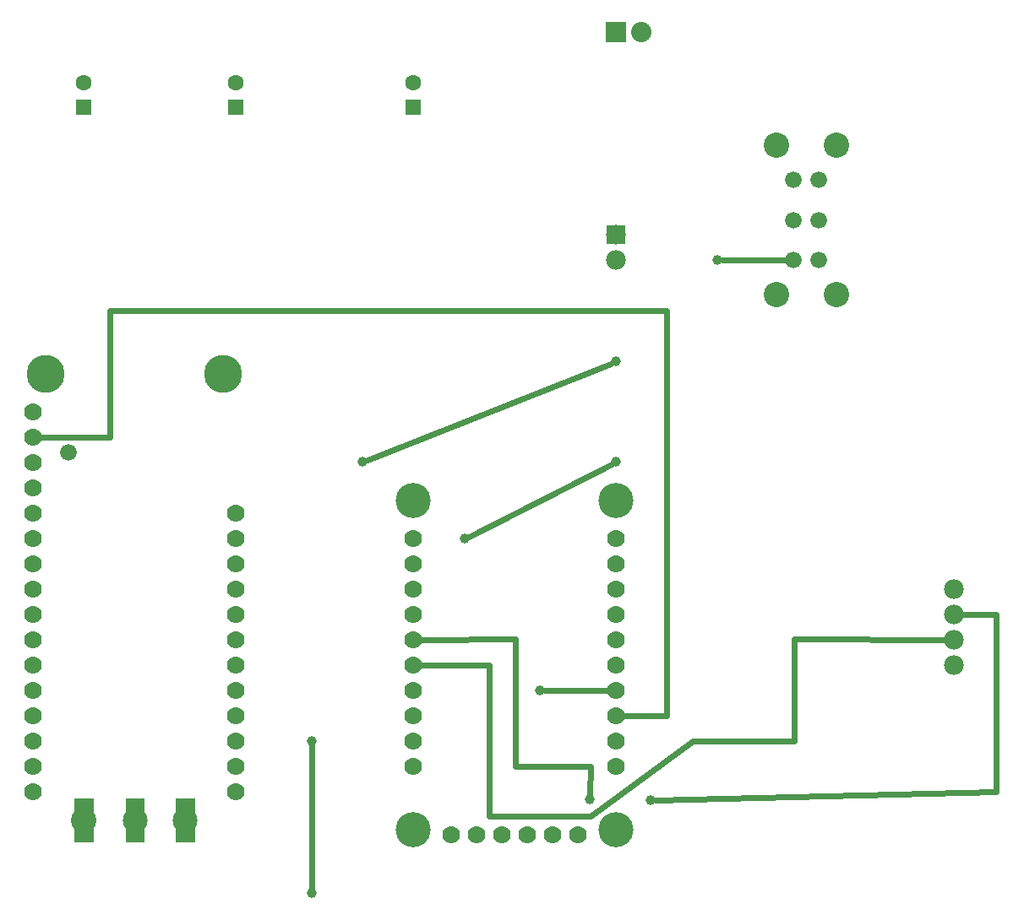
<source format=gtl>
G04 MADE WITH FRITZING*
G04 WWW.FRITZING.ORG*
G04 DOUBLE SIDED*
G04 HOLES PLATED*
G04 CONTOUR ON CENTER OF CONTOUR VECTOR*
%ASAXBY*%
%FSLAX23Y23*%
%MOIN*%
%OFA0B0*%
%SFA1.0B1.0*%
%ADD10C,0.039370*%
%ADD11C,0.138425*%
%ADD12C,0.070000*%
%ADD13C,0.098425*%
%ADD14C,0.150000*%
%ADD15C,0.100000*%
%ADD16C,0.066000*%
%ADD17C,0.062992*%
%ADD18C,0.078000*%
%ADD19C,0.080000*%
%ADD20R,0.062992X0.062992*%
%ADD21R,0.078000X0.078000*%
%ADD22R,0.080000X0.080000*%
%ADD23C,0.024000*%
%ADD24R,0.001000X0.001000*%
%LNCOPPER1*%
G90*
G70*
G54D10*
X1543Y79D03*
X1543Y681D03*
X2444Y881D03*
X2742Y2178D03*
X1744Y1782D03*
X2742Y1782D03*
X2145Y1478D03*
X3143Y2579D03*
X2639Y451D03*
X2879Y446D03*
G54D11*
X1944Y330D03*
X1944Y1630D03*
G54D12*
X2094Y310D03*
X2194Y310D03*
X2294Y310D03*
X2394Y310D03*
X2494Y310D03*
X2594Y310D03*
X1944Y1480D03*
X1944Y1380D03*
X1944Y1280D03*
X1944Y1180D03*
X1944Y1080D03*
X1944Y980D03*
X1944Y880D03*
X1944Y780D03*
X1944Y680D03*
G54D11*
X2744Y1630D03*
G54D12*
X1944Y580D03*
G54D11*
X2744Y330D03*
G54D12*
X2744Y580D03*
X2744Y680D03*
X2744Y780D03*
X2744Y880D03*
X2744Y980D03*
X2744Y1080D03*
X2744Y1180D03*
X2744Y1280D03*
X2744Y1380D03*
X2744Y1480D03*
X1244Y1380D03*
G54D13*
X1044Y365D03*
G54D14*
X494Y2130D03*
G54D13*
X846Y365D03*
G54D15*
X644Y365D03*
G54D16*
X584Y1820D03*
G54D12*
X1244Y1180D03*
X444Y1980D03*
X1244Y1580D03*
X444Y1880D03*
X444Y1780D03*
X444Y1680D03*
X444Y1580D03*
X444Y1480D03*
X444Y1380D03*
X1244Y1080D03*
X444Y1280D03*
X1244Y1280D03*
X444Y1180D03*
X1244Y1480D03*
X444Y1080D03*
G54D14*
X1194Y2130D03*
G54D12*
X444Y980D03*
X444Y880D03*
X444Y780D03*
X444Y680D03*
X444Y580D03*
X444Y480D03*
X1244Y480D03*
X1244Y580D03*
X1244Y680D03*
X1244Y780D03*
X1244Y880D03*
X1244Y980D03*
G54D17*
X1244Y3182D03*
X1244Y3280D03*
X644Y3182D03*
X644Y3280D03*
X1944Y3182D03*
X1944Y3280D03*
G54D18*
X2744Y2680D03*
X2744Y2580D03*
G54D19*
X2744Y3480D03*
X2844Y3480D03*
G54D18*
X4075Y978D03*
X4075Y1078D03*
X4075Y1178D03*
X4075Y1278D03*
G54D15*
X3376Y2442D03*
X3612Y2442D03*
X3376Y3033D03*
X3612Y3033D03*
G54D16*
X3444Y2580D03*
X3444Y2737D03*
X3444Y2895D03*
X3543Y2580D03*
X3543Y2737D03*
X3543Y2895D03*
G54D15*
X3376Y2442D03*
X3612Y2442D03*
X3376Y3033D03*
X3612Y3033D03*
G54D16*
X3444Y2580D03*
X3444Y2737D03*
X3444Y2895D03*
X3543Y2580D03*
X3543Y2737D03*
X3543Y2895D03*
G54D20*
X1244Y3182D03*
X644Y3182D03*
X1944Y3182D03*
G54D21*
X2744Y2680D03*
G54D22*
X2744Y3480D03*
G54D23*
X2162Y1487D02*
X2725Y1773D01*
D02*
X746Y2379D02*
X746Y1879D01*
D02*
X2943Y2379D02*
X746Y2379D01*
D02*
X2943Y779D02*
X2943Y2379D01*
D02*
X2775Y780D02*
X2943Y779D01*
D02*
X746Y1879D02*
X475Y1880D01*
D02*
X1762Y1789D02*
X2724Y2171D01*
D02*
X2714Y880D02*
X2463Y881D01*
D02*
X1543Y98D02*
X1543Y662D01*
D02*
X3447Y681D02*
X3447Y1082D01*
D02*
X3045Y681D02*
X3447Y681D01*
D02*
X3447Y1082D02*
X4045Y1078D01*
D02*
X2644Y382D02*
X3045Y681D01*
D02*
X2243Y382D02*
X2644Y382D01*
D02*
X2346Y1082D02*
X2346Y578D01*
D02*
X1975Y980D02*
X2243Y979D01*
D02*
X2243Y979D02*
X2243Y382D01*
D02*
X3162Y2579D02*
X3420Y2580D01*
D02*
X2644Y578D02*
X2640Y470D01*
D02*
X2346Y578D02*
X2644Y578D01*
D02*
X1975Y1080D02*
X2346Y1082D01*
D02*
X4244Y480D02*
X2898Y446D01*
D02*
X4105Y1179D02*
X4244Y1180D01*
D02*
X4244Y1180D02*
X4244Y480D01*
G54D24*
X607Y453D02*
X681Y453D01*
X607Y452D02*
X681Y452D01*
X809Y452D02*
X883Y452D01*
X1007Y452D02*
X1081Y452D01*
X607Y451D02*
X681Y451D01*
X809Y451D02*
X883Y451D01*
X1007Y451D02*
X1081Y451D01*
X607Y450D02*
X681Y450D01*
X809Y450D02*
X883Y450D01*
X1007Y450D02*
X1081Y450D01*
X607Y449D02*
X681Y449D01*
X809Y449D02*
X883Y449D01*
X1007Y449D02*
X1081Y449D01*
X607Y448D02*
X681Y448D01*
X809Y448D02*
X883Y448D01*
X1007Y448D02*
X1081Y448D01*
X607Y447D02*
X681Y447D01*
X809Y447D02*
X883Y447D01*
X1007Y447D02*
X1081Y447D01*
X607Y446D02*
X681Y446D01*
X809Y446D02*
X883Y446D01*
X1007Y446D02*
X1081Y446D01*
X607Y445D02*
X681Y445D01*
X809Y445D02*
X883Y445D01*
X1007Y445D02*
X1081Y445D01*
X607Y444D02*
X681Y444D01*
X809Y444D02*
X883Y444D01*
X1007Y444D02*
X1081Y444D01*
X607Y443D02*
X681Y443D01*
X809Y443D02*
X883Y443D01*
X1007Y443D02*
X1081Y443D01*
X607Y442D02*
X681Y442D01*
X809Y442D02*
X883Y442D01*
X1007Y442D02*
X1081Y442D01*
X607Y441D02*
X681Y441D01*
X809Y441D02*
X883Y441D01*
X1007Y441D02*
X1081Y441D01*
X607Y440D02*
X681Y440D01*
X809Y440D02*
X883Y440D01*
X1007Y440D02*
X1081Y440D01*
X607Y439D02*
X681Y439D01*
X809Y439D02*
X883Y439D01*
X1007Y439D02*
X1081Y439D01*
X607Y438D02*
X681Y438D01*
X809Y438D02*
X883Y438D01*
X1007Y438D02*
X1081Y438D01*
X607Y437D02*
X681Y437D01*
X809Y437D02*
X883Y437D01*
X1007Y437D02*
X1081Y437D01*
X607Y436D02*
X681Y436D01*
X809Y436D02*
X883Y436D01*
X1007Y436D02*
X1081Y436D01*
X607Y435D02*
X681Y435D01*
X809Y435D02*
X883Y435D01*
X1007Y435D02*
X1081Y435D01*
X607Y434D02*
X681Y434D01*
X809Y434D02*
X883Y434D01*
X1007Y434D02*
X1081Y434D01*
X607Y433D02*
X681Y433D01*
X809Y433D02*
X883Y433D01*
X1007Y433D02*
X1081Y433D01*
X607Y432D02*
X681Y432D01*
X809Y432D02*
X883Y432D01*
X1007Y432D02*
X1081Y432D01*
X607Y431D02*
X681Y431D01*
X809Y431D02*
X883Y431D01*
X1007Y431D02*
X1081Y431D01*
X607Y430D02*
X681Y430D01*
X809Y430D02*
X883Y430D01*
X1007Y430D02*
X1081Y430D01*
X607Y429D02*
X681Y429D01*
X809Y429D02*
X883Y429D01*
X1007Y429D02*
X1081Y429D01*
X607Y428D02*
X681Y428D01*
X809Y428D02*
X883Y428D01*
X1007Y428D02*
X1081Y428D01*
X607Y427D02*
X681Y427D01*
X809Y427D02*
X883Y427D01*
X1007Y427D02*
X1081Y427D01*
X607Y426D02*
X681Y426D01*
X809Y426D02*
X883Y426D01*
X1007Y426D02*
X1081Y426D01*
X607Y425D02*
X681Y425D01*
X809Y425D02*
X883Y425D01*
X1007Y425D02*
X1081Y425D01*
X607Y424D02*
X681Y424D01*
X809Y424D02*
X883Y424D01*
X1007Y424D02*
X1081Y424D01*
X607Y423D02*
X681Y423D01*
X809Y423D02*
X883Y423D01*
X1007Y423D02*
X1081Y423D01*
X607Y422D02*
X681Y422D01*
X809Y422D02*
X883Y422D01*
X1007Y422D02*
X1081Y422D01*
X607Y421D02*
X681Y421D01*
X809Y421D02*
X883Y421D01*
X1007Y421D02*
X1081Y421D01*
X607Y420D02*
X681Y420D01*
X809Y420D02*
X883Y420D01*
X1007Y420D02*
X1081Y420D01*
X607Y419D02*
X681Y419D01*
X809Y419D02*
X883Y419D01*
X1007Y419D02*
X1081Y419D01*
X607Y418D02*
X681Y418D01*
X809Y418D02*
X883Y418D01*
X1007Y418D02*
X1081Y418D01*
X607Y417D02*
X681Y417D01*
X809Y417D02*
X883Y417D01*
X1007Y417D02*
X1081Y417D01*
X607Y416D02*
X681Y416D01*
X809Y416D02*
X883Y416D01*
X1007Y416D02*
X1081Y416D01*
X607Y415D02*
X681Y415D01*
X809Y415D02*
X883Y415D01*
X1007Y415D02*
X1081Y415D01*
X607Y414D02*
X681Y414D01*
X809Y414D02*
X883Y414D01*
X1007Y414D02*
X1081Y414D01*
X607Y413D02*
X681Y413D01*
X809Y413D02*
X883Y413D01*
X1007Y413D02*
X1081Y413D01*
X607Y412D02*
X681Y412D01*
X809Y412D02*
X883Y412D01*
X1007Y412D02*
X1081Y412D01*
X607Y411D02*
X681Y411D01*
X809Y411D02*
X883Y411D01*
X1007Y411D02*
X1081Y411D01*
X607Y410D02*
X681Y410D01*
X809Y410D02*
X883Y410D01*
X1007Y410D02*
X1081Y410D01*
X607Y409D02*
X681Y409D01*
X809Y409D02*
X883Y409D01*
X1007Y409D02*
X1081Y409D01*
X607Y408D02*
X681Y408D01*
X809Y408D02*
X883Y408D01*
X1007Y408D02*
X1081Y408D01*
X607Y407D02*
X681Y407D01*
X809Y407D02*
X883Y407D01*
X1007Y407D02*
X1081Y407D01*
X607Y406D02*
X681Y406D01*
X809Y406D02*
X883Y406D01*
X1007Y406D02*
X1081Y406D01*
X607Y405D02*
X681Y405D01*
X809Y405D02*
X883Y405D01*
X1007Y405D02*
X1081Y405D01*
X607Y404D02*
X639Y404D01*
X648Y404D02*
X681Y404D01*
X809Y404D02*
X883Y404D01*
X1007Y404D02*
X1081Y404D01*
X607Y403D02*
X634Y403D01*
X654Y403D02*
X681Y403D01*
X809Y403D02*
X838Y403D01*
X854Y403D02*
X883Y403D01*
X1007Y403D02*
X1036Y403D01*
X1052Y403D02*
X1081Y403D01*
X607Y402D02*
X631Y402D01*
X657Y402D02*
X681Y402D01*
X809Y402D02*
X834Y402D01*
X858Y402D02*
X883Y402D01*
X1007Y402D02*
X1032Y402D01*
X1056Y402D02*
X1081Y402D01*
X607Y401D02*
X628Y401D01*
X660Y401D02*
X681Y401D01*
X809Y401D02*
X831Y401D01*
X861Y401D02*
X883Y401D01*
X1007Y401D02*
X1029Y401D01*
X1059Y401D02*
X1081Y401D01*
X607Y400D02*
X626Y400D01*
X662Y400D02*
X681Y400D01*
X809Y400D02*
X829Y400D01*
X863Y400D02*
X883Y400D01*
X1007Y400D02*
X1027Y400D01*
X1061Y400D02*
X1081Y400D01*
X607Y399D02*
X624Y399D01*
X663Y399D02*
X681Y399D01*
X809Y399D02*
X827Y399D01*
X865Y399D02*
X883Y399D01*
X1007Y399D02*
X1025Y399D01*
X1063Y399D02*
X1081Y399D01*
X607Y398D02*
X623Y398D01*
X665Y398D02*
X681Y398D01*
X809Y398D02*
X825Y398D01*
X866Y398D02*
X883Y398D01*
X1007Y398D02*
X1023Y398D01*
X1064Y398D02*
X1081Y398D01*
X607Y397D02*
X621Y397D01*
X667Y397D02*
X681Y397D01*
X809Y397D02*
X824Y397D01*
X868Y397D02*
X883Y397D01*
X1007Y397D02*
X1022Y397D01*
X1066Y397D02*
X1081Y397D01*
X607Y396D02*
X620Y396D01*
X668Y396D02*
X681Y396D01*
X809Y396D02*
X822Y396D01*
X869Y396D02*
X883Y396D01*
X1007Y396D02*
X1020Y396D01*
X1067Y396D02*
X1081Y396D01*
X607Y395D02*
X619Y395D01*
X669Y395D02*
X681Y395D01*
X809Y395D02*
X821Y395D01*
X870Y395D02*
X883Y395D01*
X1007Y395D02*
X1019Y395D01*
X1068Y395D02*
X1081Y395D01*
X607Y394D02*
X618Y394D01*
X670Y394D02*
X681Y394D01*
X809Y394D02*
X820Y394D01*
X872Y394D02*
X883Y394D01*
X1007Y394D02*
X1018Y394D01*
X1070Y394D02*
X1081Y394D01*
X607Y393D02*
X617Y393D01*
X671Y393D02*
X681Y393D01*
X809Y393D02*
X819Y393D01*
X873Y393D02*
X883Y393D01*
X1007Y393D02*
X1017Y393D01*
X1071Y393D02*
X1081Y393D01*
X607Y392D02*
X616Y392D01*
X672Y392D02*
X681Y392D01*
X809Y392D02*
X818Y392D01*
X874Y392D02*
X883Y392D01*
X1007Y392D02*
X1016Y392D01*
X1072Y392D02*
X1081Y392D01*
X607Y391D02*
X615Y391D01*
X673Y391D02*
X681Y391D01*
X809Y391D02*
X817Y391D01*
X875Y391D02*
X883Y391D01*
X1007Y391D02*
X1015Y391D01*
X1073Y391D02*
X1081Y391D01*
X607Y390D02*
X614Y390D01*
X674Y390D02*
X681Y390D01*
X809Y390D02*
X816Y390D01*
X875Y390D02*
X883Y390D01*
X1007Y390D02*
X1014Y390D01*
X1073Y390D02*
X1081Y390D01*
X607Y389D02*
X613Y389D01*
X675Y389D02*
X681Y389D01*
X809Y389D02*
X815Y389D01*
X876Y389D02*
X883Y389D01*
X1007Y389D02*
X1013Y389D01*
X1074Y389D02*
X1081Y389D01*
X607Y388D02*
X612Y388D01*
X675Y388D02*
X681Y388D01*
X809Y388D02*
X815Y388D01*
X877Y388D02*
X883Y388D01*
X1007Y388D02*
X1013Y388D01*
X1075Y388D02*
X1081Y388D01*
X607Y387D02*
X612Y387D01*
X676Y387D02*
X681Y387D01*
X809Y387D02*
X814Y387D01*
X878Y387D02*
X883Y387D01*
X1007Y387D02*
X1012Y387D01*
X1076Y387D02*
X1081Y387D01*
X607Y386D02*
X611Y386D01*
X677Y386D02*
X681Y386D01*
X809Y386D02*
X813Y386D01*
X878Y386D02*
X883Y386D01*
X1007Y386D02*
X1011Y386D01*
X1076Y386D02*
X1081Y386D01*
X607Y385D02*
X610Y385D01*
X677Y385D02*
X681Y385D01*
X809Y385D02*
X813Y385D01*
X879Y385D02*
X883Y385D01*
X1007Y385D02*
X1011Y385D01*
X1077Y385D02*
X1081Y385D01*
X607Y384D02*
X610Y384D01*
X678Y384D02*
X681Y384D01*
X809Y384D02*
X812Y384D01*
X879Y384D02*
X883Y384D01*
X1007Y384D02*
X1010Y384D01*
X1077Y384D02*
X1081Y384D01*
X607Y383D02*
X609Y383D01*
X678Y383D02*
X681Y383D01*
X809Y383D02*
X812Y383D01*
X880Y383D02*
X883Y383D01*
X1007Y383D02*
X1010Y383D01*
X1078Y383D02*
X1081Y383D01*
X607Y382D02*
X609Y382D01*
X679Y382D02*
X681Y382D01*
X809Y382D02*
X811Y382D01*
X880Y382D02*
X883Y382D01*
X1007Y382D02*
X1009Y382D01*
X1078Y382D02*
X1081Y382D01*
X607Y381D02*
X609Y381D01*
X679Y381D02*
X681Y381D01*
X809Y381D02*
X811Y381D01*
X881Y381D02*
X883Y381D01*
X1007Y381D02*
X1009Y381D01*
X1079Y381D02*
X1081Y381D01*
X607Y380D02*
X608Y380D01*
X680Y380D02*
X681Y380D01*
X809Y380D02*
X810Y380D01*
X881Y380D02*
X883Y380D01*
X1007Y380D02*
X1008Y380D01*
X1079Y380D02*
X1081Y380D01*
X607Y379D02*
X608Y379D01*
X680Y379D02*
X681Y379D01*
X809Y379D02*
X810Y379D01*
X882Y379D02*
X883Y379D01*
X1007Y379D02*
X1008Y379D01*
X1080Y379D02*
X1081Y379D01*
X607Y378D02*
X607Y378D01*
X680Y378D02*
X681Y378D01*
X809Y378D02*
X810Y378D01*
X882Y378D02*
X883Y378D01*
X1007Y378D02*
X1008Y378D01*
X1080Y378D02*
X1081Y378D01*
X607Y377D02*
X607Y377D01*
X681Y377D02*
X681Y377D01*
X809Y377D02*
X809Y377D01*
X882Y377D02*
X883Y377D01*
X1007Y377D02*
X1007Y377D01*
X1080Y377D02*
X1081Y377D01*
X607Y376D02*
X607Y376D01*
X681Y376D02*
X681Y376D01*
X809Y376D02*
X809Y376D01*
X883Y376D02*
X883Y376D01*
X1007Y376D02*
X1007Y376D01*
X1081Y376D02*
X1081Y376D01*
X607Y375D02*
X607Y375D01*
X681Y375D02*
X681Y375D01*
X809Y375D02*
X809Y375D01*
X883Y375D02*
X883Y375D01*
X1007Y375D02*
X1007Y375D01*
X1081Y375D02*
X1081Y375D01*
X681Y374D02*
X681Y374D01*
X809Y374D02*
X809Y374D01*
X883Y374D02*
X883Y374D01*
X1007Y374D02*
X1007Y374D01*
X1081Y374D02*
X1081Y374D01*
X883Y373D02*
X883Y373D01*
X1081Y373D02*
X1081Y373D01*
X883Y360D02*
X883Y360D01*
X1081Y360D02*
X1081Y360D01*
X681Y359D02*
X681Y359D01*
X809Y359D02*
X809Y359D01*
X883Y359D02*
X883Y359D01*
X1007Y359D02*
X1007Y359D01*
X1081Y359D02*
X1081Y359D01*
X607Y358D02*
X607Y358D01*
X681Y358D02*
X681Y358D01*
X809Y358D02*
X809Y358D01*
X883Y358D02*
X883Y358D01*
X1007Y358D02*
X1007Y358D01*
X1081Y358D02*
X1081Y358D01*
X607Y357D02*
X607Y357D01*
X681Y357D02*
X681Y357D01*
X809Y357D02*
X809Y357D01*
X883Y357D02*
X883Y357D01*
X1007Y357D02*
X1007Y357D01*
X1081Y357D02*
X1081Y357D01*
X607Y356D02*
X607Y356D01*
X681Y356D02*
X681Y356D01*
X809Y356D02*
X809Y356D01*
X882Y356D02*
X883Y356D01*
X1007Y356D02*
X1007Y356D01*
X1080Y356D02*
X1081Y356D01*
X607Y355D02*
X607Y355D01*
X680Y355D02*
X681Y355D01*
X809Y355D02*
X810Y355D01*
X882Y355D02*
X883Y355D01*
X1007Y355D02*
X1008Y355D01*
X1080Y355D02*
X1081Y355D01*
X607Y354D02*
X608Y354D01*
X680Y354D02*
X681Y354D01*
X809Y354D02*
X810Y354D01*
X882Y354D02*
X883Y354D01*
X1007Y354D02*
X1008Y354D01*
X1080Y354D02*
X1081Y354D01*
X607Y353D02*
X608Y353D01*
X680Y353D02*
X681Y353D01*
X809Y353D02*
X810Y353D01*
X881Y353D02*
X883Y353D01*
X1007Y353D02*
X1008Y353D01*
X1079Y353D02*
X1081Y353D01*
X607Y352D02*
X608Y352D01*
X679Y352D02*
X681Y352D01*
X809Y352D02*
X811Y352D01*
X881Y352D02*
X883Y352D01*
X1007Y352D02*
X1009Y352D01*
X1079Y352D02*
X1081Y352D01*
X607Y351D02*
X609Y351D01*
X679Y351D02*
X681Y351D01*
X809Y351D02*
X811Y351D01*
X880Y351D02*
X883Y351D01*
X1007Y351D02*
X1009Y351D01*
X1078Y351D02*
X1081Y351D01*
X607Y350D02*
X609Y350D01*
X678Y350D02*
X681Y350D01*
X809Y350D02*
X812Y350D01*
X880Y350D02*
X883Y350D01*
X1007Y350D02*
X1010Y350D01*
X1078Y350D02*
X1081Y350D01*
X607Y349D02*
X610Y349D01*
X678Y349D02*
X681Y349D01*
X809Y349D02*
X812Y349D01*
X879Y349D02*
X883Y349D01*
X1007Y349D02*
X1010Y349D01*
X1077Y349D02*
X1081Y349D01*
X607Y348D02*
X610Y348D01*
X677Y348D02*
X681Y348D01*
X809Y348D02*
X813Y348D01*
X879Y348D02*
X883Y348D01*
X1007Y348D02*
X1011Y348D01*
X1077Y348D02*
X1081Y348D01*
X607Y347D02*
X611Y347D01*
X677Y347D02*
X681Y347D01*
X809Y347D02*
X813Y347D01*
X878Y347D02*
X883Y347D01*
X1007Y347D02*
X1011Y347D01*
X1076Y347D02*
X1081Y347D01*
X607Y346D02*
X612Y346D01*
X676Y346D02*
X681Y346D01*
X809Y346D02*
X814Y346D01*
X878Y346D02*
X883Y346D01*
X1007Y346D02*
X1012Y346D01*
X1076Y346D02*
X1081Y346D01*
X607Y345D02*
X612Y345D01*
X675Y345D02*
X681Y345D01*
X809Y345D02*
X815Y345D01*
X877Y345D02*
X883Y345D01*
X1007Y345D02*
X1013Y345D01*
X1075Y345D02*
X1081Y345D01*
X607Y344D02*
X613Y344D01*
X675Y344D02*
X681Y344D01*
X809Y344D02*
X815Y344D01*
X876Y344D02*
X883Y344D01*
X1007Y344D02*
X1013Y344D01*
X1074Y344D02*
X1081Y344D01*
X607Y343D02*
X614Y343D01*
X674Y343D02*
X681Y343D01*
X809Y343D02*
X816Y343D01*
X876Y343D02*
X883Y343D01*
X1007Y343D02*
X1014Y343D01*
X1074Y343D02*
X1081Y343D01*
X607Y342D02*
X615Y342D01*
X673Y342D02*
X681Y342D01*
X809Y342D02*
X817Y342D01*
X875Y342D02*
X883Y342D01*
X1007Y342D02*
X1015Y342D01*
X1073Y342D02*
X1081Y342D01*
X607Y341D02*
X615Y341D01*
X672Y341D02*
X681Y341D01*
X809Y341D02*
X818Y341D01*
X874Y341D02*
X883Y341D01*
X1007Y341D02*
X1016Y341D01*
X1072Y341D02*
X1081Y341D01*
X607Y340D02*
X616Y340D01*
X671Y340D02*
X681Y340D01*
X809Y340D02*
X819Y340D01*
X873Y340D02*
X883Y340D01*
X1007Y340D02*
X1017Y340D01*
X1071Y340D02*
X1081Y340D01*
X607Y339D02*
X617Y339D01*
X670Y339D02*
X681Y339D01*
X809Y339D02*
X820Y339D01*
X872Y339D02*
X883Y339D01*
X1007Y339D02*
X1018Y339D01*
X1070Y339D02*
X1081Y339D01*
X607Y338D02*
X619Y338D01*
X669Y338D02*
X681Y338D01*
X809Y338D02*
X821Y338D01*
X871Y338D02*
X883Y338D01*
X1007Y338D02*
X1019Y338D01*
X1069Y338D02*
X1081Y338D01*
X607Y337D02*
X620Y337D01*
X668Y337D02*
X681Y337D01*
X809Y337D02*
X822Y337D01*
X869Y337D02*
X883Y337D01*
X1007Y337D02*
X1020Y337D01*
X1067Y337D02*
X1081Y337D01*
X607Y336D02*
X621Y336D01*
X667Y336D02*
X681Y336D01*
X809Y336D02*
X824Y336D01*
X868Y336D02*
X883Y336D01*
X1007Y336D02*
X1022Y336D01*
X1066Y336D02*
X1081Y336D01*
X607Y335D02*
X622Y335D01*
X665Y335D02*
X681Y335D01*
X809Y335D02*
X825Y335D01*
X867Y335D02*
X883Y335D01*
X1007Y335D02*
X1023Y335D01*
X1065Y335D02*
X1081Y335D01*
X607Y334D02*
X624Y334D01*
X664Y334D02*
X681Y334D01*
X809Y334D02*
X827Y334D01*
X865Y334D02*
X883Y334D01*
X1007Y334D02*
X1025Y334D01*
X1063Y334D02*
X1081Y334D01*
X607Y333D02*
X626Y333D01*
X662Y333D02*
X681Y333D01*
X809Y333D02*
X829Y333D01*
X863Y333D02*
X883Y333D01*
X1007Y333D02*
X1027Y333D01*
X1061Y333D02*
X1081Y333D01*
X607Y332D02*
X628Y332D01*
X660Y332D02*
X681Y332D01*
X809Y332D02*
X831Y332D01*
X861Y332D02*
X883Y332D01*
X1007Y332D02*
X1029Y332D01*
X1059Y332D02*
X1081Y332D01*
X607Y331D02*
X630Y331D01*
X657Y331D02*
X681Y331D01*
X809Y331D02*
X833Y331D01*
X858Y331D02*
X883Y331D01*
X1007Y331D02*
X1032Y331D01*
X1056Y331D02*
X1081Y331D01*
X607Y330D02*
X634Y330D01*
X654Y330D02*
X681Y330D01*
X809Y330D02*
X837Y330D01*
X855Y330D02*
X883Y330D01*
X1007Y330D02*
X1035Y330D01*
X1053Y330D02*
X1081Y330D01*
X607Y329D02*
X639Y329D01*
X649Y329D02*
X681Y329D01*
X809Y329D02*
X883Y329D01*
X1007Y329D02*
X1081Y329D01*
X607Y328D02*
X681Y328D01*
X809Y328D02*
X883Y328D01*
X1007Y328D02*
X1081Y328D01*
X607Y327D02*
X681Y327D01*
X809Y327D02*
X883Y327D01*
X1007Y327D02*
X1081Y327D01*
X607Y326D02*
X681Y326D01*
X809Y326D02*
X883Y326D01*
X1007Y326D02*
X1081Y326D01*
X607Y325D02*
X681Y325D01*
X809Y325D02*
X883Y325D01*
X1007Y325D02*
X1081Y325D01*
X607Y324D02*
X681Y324D01*
X809Y324D02*
X883Y324D01*
X1007Y324D02*
X1081Y324D01*
X607Y323D02*
X681Y323D01*
X809Y323D02*
X883Y323D01*
X1007Y323D02*
X1081Y323D01*
X607Y322D02*
X681Y322D01*
X809Y322D02*
X883Y322D01*
X1007Y322D02*
X1081Y322D01*
X607Y321D02*
X681Y321D01*
X809Y321D02*
X883Y321D01*
X1007Y321D02*
X1081Y321D01*
X607Y320D02*
X681Y320D01*
X809Y320D02*
X883Y320D01*
X1007Y320D02*
X1081Y320D01*
X607Y319D02*
X681Y319D01*
X809Y319D02*
X883Y319D01*
X1007Y319D02*
X1081Y319D01*
X607Y318D02*
X681Y318D01*
X809Y318D02*
X883Y318D01*
X1007Y318D02*
X1081Y318D01*
X607Y317D02*
X681Y317D01*
X809Y317D02*
X883Y317D01*
X1007Y317D02*
X1081Y317D01*
X607Y316D02*
X681Y316D01*
X809Y316D02*
X883Y316D01*
X1007Y316D02*
X1081Y316D01*
X607Y315D02*
X681Y315D01*
X809Y315D02*
X883Y315D01*
X1007Y315D02*
X1081Y315D01*
X607Y314D02*
X681Y314D01*
X809Y314D02*
X883Y314D01*
X1007Y314D02*
X1081Y314D01*
X607Y313D02*
X681Y313D01*
X809Y313D02*
X883Y313D01*
X1007Y313D02*
X1081Y313D01*
X607Y312D02*
X681Y312D01*
X809Y312D02*
X883Y312D01*
X1007Y312D02*
X1081Y312D01*
X607Y311D02*
X681Y311D01*
X809Y311D02*
X883Y311D01*
X1007Y311D02*
X1081Y311D01*
X607Y310D02*
X681Y310D01*
X809Y310D02*
X883Y310D01*
X1007Y310D02*
X1081Y310D01*
X607Y309D02*
X681Y309D01*
X809Y309D02*
X883Y309D01*
X1007Y309D02*
X1081Y309D01*
X607Y308D02*
X681Y308D01*
X809Y308D02*
X883Y308D01*
X1007Y308D02*
X1081Y308D01*
X607Y307D02*
X681Y307D01*
X809Y307D02*
X883Y307D01*
X1007Y307D02*
X1081Y307D01*
X607Y306D02*
X681Y306D01*
X809Y306D02*
X883Y306D01*
X1007Y306D02*
X1081Y306D01*
X607Y305D02*
X681Y305D01*
X809Y305D02*
X883Y305D01*
X1007Y305D02*
X1081Y305D01*
X607Y304D02*
X681Y304D01*
X809Y304D02*
X883Y304D01*
X1007Y304D02*
X1081Y304D01*
X607Y303D02*
X681Y303D01*
X809Y303D02*
X883Y303D01*
X1007Y303D02*
X1081Y303D01*
X607Y302D02*
X681Y302D01*
X809Y302D02*
X883Y302D01*
X1007Y302D02*
X1081Y302D01*
X607Y301D02*
X681Y301D01*
X809Y301D02*
X883Y301D01*
X1007Y301D02*
X1081Y301D01*
X607Y300D02*
X681Y300D01*
X809Y300D02*
X883Y300D01*
X1007Y300D02*
X1081Y300D01*
X607Y299D02*
X681Y299D01*
X809Y299D02*
X883Y299D01*
X1007Y299D02*
X1081Y299D01*
X607Y298D02*
X681Y298D01*
X809Y298D02*
X883Y298D01*
X1007Y298D02*
X1081Y298D01*
X607Y297D02*
X681Y297D01*
X809Y297D02*
X883Y297D01*
X1007Y297D02*
X1081Y297D01*
X607Y296D02*
X681Y296D01*
X809Y296D02*
X883Y296D01*
X1007Y296D02*
X1081Y296D01*
X607Y295D02*
X681Y295D01*
X809Y295D02*
X883Y295D01*
X1007Y295D02*
X1081Y295D01*
X607Y294D02*
X681Y294D01*
X809Y294D02*
X883Y294D01*
X1007Y294D02*
X1081Y294D01*
X607Y293D02*
X681Y293D01*
X809Y293D02*
X883Y293D01*
X1007Y293D02*
X1081Y293D01*
X607Y292D02*
X681Y292D01*
X809Y292D02*
X883Y292D01*
X1007Y292D02*
X1081Y292D01*
X607Y291D02*
X681Y291D01*
X809Y291D02*
X883Y291D01*
X1007Y291D02*
X1081Y291D01*
X607Y290D02*
X681Y290D01*
X809Y290D02*
X883Y290D01*
X1007Y290D02*
X1081Y290D01*
X607Y289D02*
X681Y289D01*
X809Y289D02*
X883Y289D01*
X1007Y289D02*
X1081Y289D01*
X607Y288D02*
X681Y288D01*
X809Y288D02*
X883Y288D01*
X1007Y288D02*
X1081Y288D01*
X607Y287D02*
X681Y287D01*
X809Y287D02*
X883Y287D01*
X1007Y287D02*
X1081Y287D01*
X607Y286D02*
X681Y286D01*
X809Y286D02*
X883Y286D01*
X1007Y286D02*
X1081Y286D01*
X607Y285D02*
X681Y285D01*
X809Y285D02*
X883Y285D01*
X1007Y285D02*
X1081Y285D01*
X607Y284D02*
X681Y284D01*
X809Y284D02*
X883Y284D01*
X1007Y284D02*
X1081Y284D01*
X607Y283D02*
X681Y283D01*
X809Y283D02*
X883Y283D01*
X1007Y283D02*
X1081Y283D01*
X607Y282D02*
X681Y282D01*
X809Y282D02*
X883Y282D01*
X1007Y282D02*
X1081Y282D01*
X607Y281D02*
X681Y281D01*
X809Y281D02*
X883Y281D01*
X1007Y281D02*
X1081Y281D01*
X607Y280D02*
X681Y280D01*
D02*
G04 End of Copper1*
M02*
</source>
